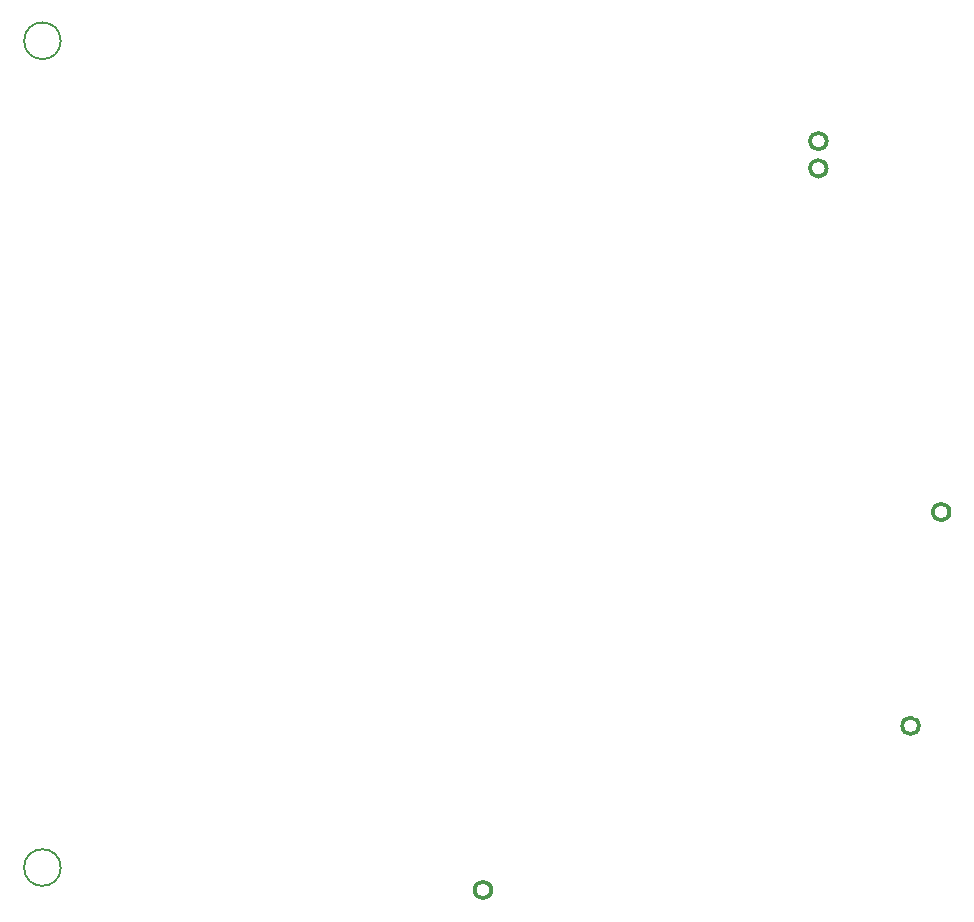
<source format=gbo>
G04*
G04 #@! TF.GenerationSoftware,Altium Limited,Altium Designer,21.6.1 (37)*
G04*
G04 Layer_Color=16776960*
%FSLAX44Y44*%
%MOMM*%
G71*
G04*
G04 #@! TF.SameCoordinates,3233E1FD-44FA-4E4D-806F-7065AC5E4394*
G04*
G04*
G04 #@! TF.FilePolarity,Positive*
G04*
G01*
G75*
%ADD10C,0.1500*%
%ADD15C,0.3000*%
D10*
X65500Y750000D02*
G03*
X65500Y750000I-15500J0D01*
G01*
Y50000D02*
G03*
X65500Y50000I-15500J0D01*
G01*
D15*
X714000Y665000D02*
G03*
X714000Y665000I-7000J0D01*
G01*
Y642000D02*
G03*
X714000Y642000I-7000J0D01*
G01*
X792000Y170000D02*
G03*
X792000Y170000I-7000J0D01*
G01*
X430000Y31000D02*
G03*
X430000Y31000I-7000J0D01*
G01*
X818000Y351000D02*
G03*
X818000Y351000I-7000J0D01*
G01*
M02*

</source>
